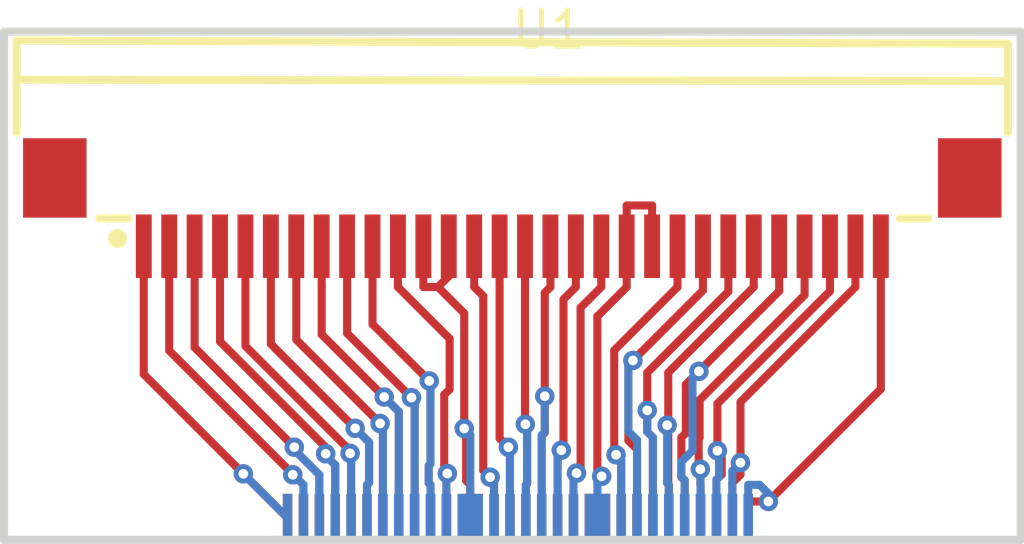
<source format=kicad_pcb>
(kicad_pcb (version 20171130) (host pcbnew "(5.1.5)-3") (page "A4") (layers (0 "F.Cu" signal) (31 "B.Cu" signal) (32 "B.Adhes" user) (33 "F.Adhes" user) (34 "B.Paste" user) (35 "F.Paste" user) (36 "B.SilkS" user) (37 "F.SilkS" user) (38 "B.Mask" user) (39 "F.Mask" user) (40 "Dwgs.User" user) (41 "Cmts.User" user) (42 "Eco1.User" user) (43 "Eco2.User" user) (44 "Edge.Cuts" user) (45 "Margin" user) (46 "B.CrtYd" user) (47 "F.CrtYd" user) (48 "B.Fab" user hide) (49 "F.Fab" user hide)) (net 0 "") (net 1 "P1") (net 2 "P10") (net 3 "P11") (net 4 "P12") (net 5 "P14") (net 6 "P15") (net 7 "P16") (net 8 "P17") (net 9 "P18") (net 10 "P19") (net 11 "P2") (net 12 "P20") (net 13 "P22") (net 14 "P23") (net 15 "P24") (net 16 "P25") (net 17 "P26") (net 18 "P27") (net 19 "P28") (net 20 "P29") (net 21 "P3") (net 22 "P30") (net 23 "P31") (net 24 "P32") (net 25 "P4") (net 26 "P5") (net 27 "P6") (net 28 "P7") (net 29 "P8") (net 30 "P9") (segment (start 13.07 73.774) (end 13.071 73.774) (width 0.254) (layer "B.Cu") (net 1)) (segment (start 13.071 73.774) (end 14.463 75.166) (width 0.254) (layer "B.Cu") (net 1)) (segment (start 14.962 74.121) (end 14.644 73.803) (width 0.254) (layer "B.Cu") (net 11)) (segment (start 14.644 73.803) (end 14.626 73.803) (width 0.254) (layer "B.Cu") (net 11)) (segment (start 14.962 75.166) (end 14.962 74.121) (width 0.254) (layer "B.Cu") (net 11)) (segment (start 15.662 73.142) (end 15.662 73.196) (width 0.254) (layer "B.Cu") (net 25)) (segment (start 15.662 73.196) (end 15.962 73.495) (width 0.254) (layer "B.Cu") (net 25)) (segment (start 15.962 73.495) (end 15.962 75.166) (width 0.254) (layer "B.Cu") (net 25)) (segment (start 14.674 72.935) (end 14.674 73.017) (width 0.254) (layer "B.Cu") (net 21)) (segment (start 14.674 73.017) (end 15.462 73.804) (width 0.254) (layer "B.Cu") (net 21)) (segment (start 15.462 73.804) (end 15.462 75.166) (width 0.254) (layer "B.Cu") (net 21)) (segment (start 16.962 75.166) (end 16.962 74.121) (width 0.254) (layer "B.Cu") (net 27)) (segment (start 16.589 72.341) (end 17.027 72.779) (width 0.254) (layer "B.Cu") (net 27)) (segment (start 17.027 72.779) (end 17.027 74.055) (width 0.254) (layer "B.Cu") (net 27)) (segment (start 17.027 74.055) (end 16.962 74.121) (width 0.254) (layer "B.Cu") (net 27)) (segment (start 16.462 75.166) (end 16.462 73.161) (width 0.254) (layer "B.Cu") (net 26)) (segment (start 16.462 73.161) (end 16.43 73.129) (width 0.254) (layer "B.Cu") (net 26)) (segment (start 19.492 73.764) (end 19.462 73.795) (width 0.254) (layer "B.Cu") (net 3)) (segment (start 19.462 73.795) (end 19.462 75.166) (width 0.254) (layer "B.Cu") (net 3)) (segment (start 18.462 74.121) (end 18.462 71.475) (width 0.254) (layer "B.Cu") (net 30)) (segment (start 18.462 71.475) (end 18.362 71.375) (width 0.254) (layer "B.Cu") (net 30)) (segment (start 18.462 75.166) (end 18.462 74.121) (width 0.254) (layer "B.Cu") (net 30)) (segment (start 18.922 70.849) (end 18.962 70.889) (width 0.254) (layer "B.Cu") (net 2)) (segment (start 18.962 70.889) (end 18.962 73.461) (width 0.254) (layer "B.Cu") (net 2)) (segment (start 18.962 73.461) (end 18.903 73.52) (width 0.254) (layer "B.Cu") (net 2)) (segment (start 18.903 73.52) (end 18.903 74.062) (width 0.254) (layer "B.Cu") (net 2)) (segment (start 18.903 74.062) (end 18.962 74.121) (width 0.254) (layer "B.Cu") (net 2)) (segment (start 18.962 75.166) (end 18.962 74.121) (width 0.254) (layer "B.Cu") (net 2)) (segment (start 17.962 74.121) (end 17.964 74.119) (width 0.254) (layer "B.Cu") (net 29)) (segment (start 17.964 74.119) (end 17.964 71.816) (width 0.254) (layer "B.Cu") (net 29)) (segment (start 17.964 71.816) (end 17.504 71.357) (width 0.254) (layer "B.Cu") (net 29)) (segment (start 17.962 75.166) (end 17.962 74.121) (width 0.254) (layer "B.Cu") (net 29)) (segment (start 17.374 72.188) (end 17.462 72.276) (width 0.254) (layer "B.Cu") (net 28)) (segment (start 17.462 72.276) (end 17.462 75.166) (width 0.254) (layer "B.Cu") (net 28)) (segment (start 22.558 71.33) (end 22.558 72.461) (width 0.254) (layer "B.Cu") (net 8)) (segment (start 22.558 72.461) (end 22.462 72.557) (width 0.254) (layer "B.Cu") (net 8)) (segment (start 22.462 72.557) (end 22.462 75.166) (width 0.254) (layer "B.Cu") (net 8)) (segment (start 22.962 75.166) (end 22.962 73.147) (width 0.254) (layer "B.Cu") (net 9)) (segment (start 22.962 73.147) (end 23.079 73.03) (width 0.254) (layer "B.Cu") (net 9)) (segment (start 21.462 75.166) (end 21.462 72.983) (width 0.254) (layer "B.Cu") (net 6)) (segment (start 21.462 72.983) (end 21.413 72.934) (width 0.254) (layer "B.Cu") (net 6)) (segment (start 21.947 72.214) (end 22.003 72.27) (width 0.254) (layer "B.Cu") (net 7)) (segment (start 22.003 72.27) (end 22.003 74.079) (width 0.254) (layer "B.Cu") (net 7)) (segment (start 22.003 74.079) (end 21.962 74.121) (width 0.254) (layer "B.Cu") (net 7)) (segment (start 21.962 75.166) (end 21.962 74.121) (width 0.254) (layer "B.Cu") (net 7)) (segment (start 20.838 73.88) (end 20.962 74.004) (width 0.254) (layer "B.Cu") (net 5)) (segment (start 20.962 74.004) (end 20.962 75.166) (width 0.254) (layer "B.Cu") (net 5)) (segment (start 25.333 70.204) (end 25.19 70.347) (width 0.254) (layer "B.Cu") (net 14)) (segment (start 25.19 70.347) (end 25.19 72.44) (width 0.254) (layer "B.Cu") (net 14)) (segment (start 25.19 72.44) (end 25.462 72.711) (width 0.254) (layer "B.Cu") (net 14)) (segment (start 25.462 72.711) (end 25.462 75.166) (width 0.254) (layer "B.Cu") (net 14)) (segment (start 25.783 71.775) (end 25.783 72.45) (width 0.254) (layer "B.Cu") (net 15)) (segment (start 25.783 72.45) (end 25.962 72.629) (width 0.254) (layer "B.Cu") (net 15)) (segment (start 25.962 72.629) (end 25.962 75.166) (width 0.254) (layer "B.Cu") (net 15)) (segment (start 24.962 75.166) (end 24.962 73.333) (width 0.254) (layer "B.Cu") (net 13)) (segment (start 24.962 73.333) (end 24.802 73.173) (width 0.254) (layer "B.Cu") (net 13)) (segment (start 23.462 75.166) (end 23.462 73.848) (width 0.254) (layer "B.Cu") (net 10)) (segment (start 23.462 73.848) (end 23.557 73.752) (width 0.254) (layer "B.Cu") (net 10)) (segment (start 28.718 73.423) (end 28.462 73.679) (width 0.254) (layer "B.Cu") (net 20)) (segment (start 28.462 73.679) (end 28.462 75.166) (width 0.254) (layer "B.Cu") (net 20)) (segment (start 28.962 74.121) (end 29.321 74.121) (width 0.254) (layer "B.Cu") (net 22)) (segment (start 29.321 74.121) (end 29.597 74.396) (width 0.254) (layer "B.Cu") (net 22)) (segment (start 29.597 74.396) (end 29.597 74.643) (width 0.254) (layer "B.Cu") (net 22)) (segment (start 28.962 75.166) (end 28.962 74.121) (width 0.254) (layer "B.Cu") (net 22)) (segment (start 27.462 74.121) (end 27.462 73.636) (width 0.254) (layer "B.Cu") (net 18)) (segment (start 27.462 73.636) (end 27.455 73.629) (width 0.254) (layer "B.Cu") (net 18)) (segment (start 27.462 75.166) (end 27.462 74.121) (width 0.254) (layer "B.Cu") (net 18)) (segment (start 27.962 75.166) (end 27.962 73.956) (width 0.254) (layer "B.Cu") (net 19)) (segment (start 27.962 73.956) (end 28.044 73.873) (width 0.254) (layer "B.Cu") (net 19)) (segment (start 28.044 73.873) (end 28.044 73.099) (width 0.254) (layer "B.Cu") (net 19)) (segment (start 28.044 73.099) (end 27.992 73.046) (width 0.254) (layer "B.Cu") (net 19)) (segment (start 26.962 75.166) (end 26.962 73.97) (width 0.254) (layer "B.Cu") (net 17)) (segment (start 26.962 73.97) (end 26.857 73.865) (width 0.254) (layer "B.Cu") (net 17)) (segment (start 26.857 73.865) (end 26.857 73.393) (width 0.254) (layer "B.Cu") (net 17)) (segment (start 26.857 73.393) (end 27.208 73.042) (width 0.254) (layer "B.Cu") (net 17)) (segment (start 27.208 73.042) (end 27.208 70.751) (width 0.254) (layer "B.Cu") (net 17)) (segment (start 27.208 70.751) (end 27.41 70.548) (width 0.254) (layer "B.Cu") (net 17)) (segment (start 26.462 75.166) (end 26.462 74.121) (width 0.254) (layer "B.Cu") (net 16)) (segment (start 26.409 72.243) (end 26.409 74.068) (width 0.254) (layer "B.Cu") (net 16)) (segment (start 26.409 74.068) (end 26.462 74.121) (width 0.254) (layer "B.Cu") (net 16)) (segment (start 20.213 75.166) (end 20.213 72.537) (width 0.254) (layer "B.Cu") (net 4)) (segment (start 20.213 72.537) (end 20.023 72.347) (width 0.254) (layer "B.Cu") (net 4)) (segment (start 24.348 73.852) (end 24.216 73.984) (width 0.254) (layer "B.Cu") (net 12)) (segment (start 24.216 73.984) (end 24.216 75.166) (width 0.254) (layer "B.Cu") (net 12)) (module "AutoGenerated:Pad_0.30mm" (layer "F.Cu") (at 14.463 75.166) (attr virtual) (fp_text reference "" (at 0 0) (layer "F.SilkS")) (fp_text value "" (at 0 0) (layer "F.SilkS")) (pad 1 smd rect (at 0 0 0) (size 0.3 1.524) (layers "B.Cu" "B.Paste" "B.Mask") (net 1 "P1"))) (module "AutoGenerated:Pad_0.30mm" (layer "F.Cu") (at 14.962 75.166) (attr virtual) (fp_text reference "" (at 0 0) (layer "F.SilkS")) (fp_text value "" (at 0 0) (layer "F.SilkS")) (pad 1 smd rect (at 0 0 0) (size 0.3 1.524) (layers "B.Cu" "B.Paste" "B.Mask") (net 11 "P2"))) (module "AutoGenerated:Pad_0.30mm" (layer "F.Cu") (at 15.962 75.166) (attr virtual) (fp_text reference "" (at 0 0) (layer "F.SilkS")) (fp_text value "" (at 0 0) (layer "F.SilkS")) (pad 1 smd rect (at 0 0 0) (size 0.3 1.524) (layers "B.Cu" "B.Paste" "B.Mask") (net 25 "P4"))) (module "AutoGenerated:Pad_0.30mm" (layer "F.Cu") (at 15.462 75.166) (attr virtual) (fp_text reference "" (at 0 0) (layer "F.SilkS")) (fp_text value "" (at 0 0) (layer "F.SilkS")) (pad 1 smd rect (at 0 0 0) (size 0.3 1.524) (layers "B.Cu" "B.Paste" "B.Mask") (net 21 "P3"))) (module "AutoGenerated:Pad_0.30mm" (layer "F.Cu") (at 16.962 75.166) (attr virtual) (fp_text reference "" (at 0 0) (layer "F.SilkS")) (fp_text value "" (at 0 0) (layer "F.SilkS")) (pad 1 smd rect (at 0 0 0) (size 0.3 1.524) (layers "B.Cu" "B.Paste" "B.Mask") (net 27 "P6"))) (module "AutoGenerated:Pad_0.30mm" (layer "F.Cu") (at 16.462 75.166) (attr virtual) (fp_text reference "" (at 0 0) (layer "F.SilkS")) (fp_text value "" (at 0 0) (layer "F.SilkS")) (pad 1 smd rect (at 0 0 0) (size 0.3 1.524) (layers "B.Cu" "B.Paste" "B.Mask") (net 26 "P5"))) (module "AutoGenerated:Pad_0.30mm" (layer "F.Cu") (at 19.462 75.166) (attr virtual) (fp_text reference "" (at 0 0) (layer "F.SilkS")) (fp_text value "" (at 0 0) (layer "F.SilkS")) (pad 1 smd rect (at 0 0 0) (size 0.3 1.524) (layers "B.Cu" "B.Paste" "B.Mask") (net 3 "P11"))) (module "AutoGenerated:Pad_0.30mm" (layer "F.Cu") (at 18.462 75.166) (attr virtual) (fp_text reference "" (at 0 0) (layer "F.SilkS")) (fp_text value "" (at 0 0) (layer "F.SilkS")) (pad 1 smd rect (at 0 0 0) (size 0.3 1.524) (layers "B.Cu" "B.Paste" "B.Mask") (net 30 "P9"))) (module "AutoGenerated:Pad_0.30mm" (layer "F.Cu") (at 18.962 75.166) (attr virtual) (fp_text reference "" (at 0 0) (layer "F.SilkS")) (fp_text value "" (at 0 0) (layer "F.SilkS")) (pad 1 smd rect (at 0 0 0) (size 0.3 1.524) (layers "B.Cu" "B.Paste" "B.Mask") (net 2 "P10"))) (module "AutoGenerated:Pad_0.30mm" (layer "F.Cu") (at 17.962 75.166) (attr virtual) (fp_text reference "" (at 0 0) (layer "F.SilkS")) (fp_text value "" (at 0 0) (layer "F.SilkS")) (pad 1 smd rect (at 0 0 0) (size 0.3 1.524) (layers "B.Cu" "B.Paste" "B.Mask") (net 29 "P8"))) (module "AutoGenerated:Pad_0.30mm" (layer "F.Cu") (at 17.462 75.166) (attr virtual) (fp_text reference "" (at 0 0) (layer "F.SilkS")) (fp_text value "" (at 0 0) (layer "F.SilkS")) (pad 1 smd rect (at 0 0 0) (size 0.3 1.524) (layers "B.Cu" "B.Paste" "B.Mask") (net 28 "P7"))) (module "AutoGenerated:Pad_0.30mm" (layer "F.Cu") (at 22.462 75.166) (attr virtual) (fp_text reference "" (at 0 0) (layer "F.SilkS")) (fp_text value "" (at 0 0) (layer "F.SilkS")) (pad 1 smd rect (at 0 0 0) (size 0.3 1.524) (layers "B.Cu" "B.Paste" "B.Mask") (net 8 "P17"))) (module "AutoGenerated:Pad_0.30mm" (layer "F.Cu") (at 22.962 75.166) (attr virtual) (fp_text reference "" (at 0 0) (layer "F.SilkS")) (fp_text value "" (at 0 0) (layer "F.SilkS")) (pad 1 smd rect (at 0 0 0) (size 0.3 1.524) (layers "B.Cu" "B.Paste" "B.Mask") (net 9 "P18"))) (module "AutoGenerated:Pad_0.30mm" (layer "F.Cu") (at 21.462 75.166) (attr virtual) (fp_text reference "" (at 0 0) (layer "F.SilkS")) (fp_text value "" (at 0 0) (layer "F.SilkS")) (pad 1 smd rect (at 0 0 0) (size 0.3 1.524) (layers "B.Cu" "B.Paste" "B.Mask") (net 6 "P15"))) (module "AutoGenerated:Pad_0.30mm" (layer "F.Cu") (at 21.962 75.166) (attr virtual) (fp_text reference "" (at 0 0) (layer "F.SilkS")) (fp_text value "" (at 0 0) (layer "F.SilkS")) (pad 1 smd rect (at 0 0 0) (size 0.3 1.524) (layers "B.Cu" "B.Paste" "B.Mask") (net 7 "P16"))) (module "AutoGenerated:Pad_0.30mm" (layer "F.Cu") (at 20.962 75.166) (attr virtual) (fp_text reference "" (at 0 0) (layer "F.SilkS")) (fp_text value "" (at 0 0) (layer "F.SilkS")) (pad 1 smd rect (at 0 0 0) (size 0.3 1.524) (layers "B.Cu" "B.Paste" "B.Mask") (net 5 "P14"))) (module "AutoGenerated:Pad_0.30mm" (layer "F.Cu") (at 25.462 75.166) (attr virtual) (fp_text reference "" (at 0 0) (layer "F.SilkS")) (fp_text value "" (at 0 0) (layer "F.SilkS")) (pad 1 smd rect (at 0 0 0) (size 0.3 1.524) (layers "B.Cu" "B.Paste" "B.Mask") (net 14 "P23"))) (module "AutoGenerated:Pad_0.30mm" (layer "F.Cu") (at 25.962 75.166) (attr virtual) (fp_text reference "" (at 0 0) (layer "F.SilkS")) (fp_text value "" (at 0 0) (layer "F.SilkS")) (pad 1 smd rect (at 0 0 0) (size 0.3 1.524) (layers "B.Cu" "B.Paste" "B.Mask") (net 15 "P24"))) (module "AutoGenerated:Pad_0.30mm" (layer "F.Cu") (at 24.962 75.166) (attr virtual) (fp_text reference "" (at 0 0) (layer "F.SilkS")) (fp_text value "" (at 0 0) (layer "F.SilkS")) (pad 1 smd rect (at 0 0 0) (size 0.3 1.524) (layers "B.Cu" "B.Paste" "B.Mask") (net 13 "P22"))) (module "AutoGenerated:Pad_0.30mm" (layer "F.Cu") (at 23.462 75.166) (attr virtual) (fp_text reference "" (at 0 0) (layer "F.SilkS")) (fp_text value "" (at 0 0) (layer "F.SilkS")) (pad 1 smd rect (at 0 0 0) (size 0.3 1.524) (layers "B.Cu" "B.Paste" "B.Mask") (net 10 "P19"))) (module "AutoGenerated:Pad_0.30mm" (layer "F.Cu") (at 28.462 75.166) (attr virtual) (fp_text reference "" (at 0 0) (layer "F.SilkS")) (fp_text value "" (at 0 0) (layer "F.SilkS")) (pad 1 smd rect (at 0 0 0) (size 0.3 1.524) (layers "B.Cu" "B.Paste" "B.Mask") (net 20 "P29"))) (module "AutoGenerated:Pad_0.30mm" (layer "F.Cu") (at 28.962 75.166) (attr virtual) (fp_text reference "" (at 0 0) (layer "F.SilkS")) (fp_text value "" (at 0 0) (layer "F.SilkS")) (pad 1 smd rect (at 0 0 0) (size 0.3 1.524) (layers "B.Cu" "B.Paste" "B.Mask") (net 22 "P30"))) (module "AutoGenerated:Pad_0.30mm" (layer "F.Cu") (at 27.462 75.166) (attr virtual) (fp_text reference "" (at 0 0) (layer "F.SilkS")) (fp_text value "" (at 0 0) (layer "F.SilkS")) (pad 1 smd rect (at 0 0 0) (size 0.3 1.524) (layers "B.Cu" "B.Paste" "B.Mask") (net 18 "P27"))) (module "AutoGenerated:Pad_0.30mm" (layer "F.Cu") (at 27.962 75.166) (attr virtual) (fp_text reference "" (at 0 0) (layer "F.SilkS")) (fp_text value "" (at 0 0) (layer "F.SilkS")) (pad 1 smd rect (at 0 0 0) (size 0.3 1.524) (layers "B.Cu" "B.Paste" "B.Mask") (net 19 "P28"))) (module "AutoGenerated:Pad_0.30mm" (layer "F.Cu") (at 26.962 75.166) (attr virtual) (fp_text reference "" (at 0 0) (layer "F.SilkS")) (fp_text value "" (at 0 0) (layer "F.SilkS")) (pad 1 smd rect (at 0 0 0) (size 0.3 1.524) (layers "B.Cu" "B.Paste" "B.Mask") (net 17 "P26"))) (module "AutoGenerated:Pad_0.30mm" (layer "F.Cu") (at 26.462 75.166) (attr virtual) (fp_text reference "" (at 0 0) (layer "F.SilkS")) (fp_text value "" (at 0 0) (layer "F.SilkS")) (pad 1 smd rect (at 0 0 0) (size 0.3 1.524) (layers "B.Cu" "B.Paste" "B.Mask") (net 16 "P25"))) (module "AutoGenerated:Pad_0.80mm" (layer "F.Cu") (at 20.213 75.166) (attr virtual) (fp_text reference "" (at 0 0) (layer "F.SilkS")) (fp_text value "" (at 0 0) (layer "F.SilkS")) (pad 1 smd rect (at 0 0 0) (size 0.8 1.524) (layers "B.Cu" "B.Paste" "B.Mask") (net 4 "P12"))) (module "AutoGenerated:Pad_0.80mm" (layer "F.Cu") (at 24.216 75.166) (attr virtual) (fp_text reference "" (at 0 0) (layer "F.SilkS")) (fp_text value "" (at 0 0) (layer "F.SilkS")) (pad 1 smd rect (at 0 0 0) (size 0.8 1.524) (layers "B.Cu" "B.Paste" "B.Mask") (net 12 "P20"))) (gr_line (start 5.537 59.852) (end 37.537 59.852) (width 0.254) (layer "Edge.Cuts")) (gr_line (start 37.537 59.852) (end 37.537 75.852) (width 0.254) (layer "Edge.Cuts")) (gr_line (start 37.537 75.852) (end 5.537 75.852) (width 0.254) (layer "Edge.Cuts")) (gr_line (start 5.537 75.852) (end 5.537 59.852) (width 0.254) (layer "Edge.Cuts")) (segment (start 13.07 73.774) (end 14.462 75.166) (width 0.254) (layer "F.Cu") (net 1)) (segment (start 9.936 66.61) (end 9.936 70.641) (width 0.254) (layer "F.Cu") (net 1)) (segment (start 9.936 70.641) (end 13.07 73.774) (width 0.254) (layer "F.Cu") (net 1)) (segment (start 14.635 73.794) (end 14.626 73.803) (width 0.254) (layer "F.Cu") (net 11)) (segment (start 14.635 73.794) (end 14.962 74.121) (width 0.254) (layer "F.Cu") (net 11)) (segment (start 10.736 66.61) (end 10.736 69.895) (width 0.254) (layer "F.Cu") (net 11)) (segment (start 10.736 69.895) (end 14.635 73.794) (width 0.254) (layer "F.Cu") (net 11)) (segment (start 14.962 75.166) (end 14.962 74.121) (width 0.254) (layer "F.Cu") (net 11)) (segment (start 12.336 66.61) (end 12.336 69.609) (width 0.254) (layer "F.Cu") (net 25)) (segment (start 12.336 69.609) (end 15.662 72.935) (width 0.254) (layer "F.Cu") (net 25)) (segment (start 15.662 72.935) (end 15.662 73.142) (width 0.254) (layer "F.Cu") (net 25)) (segment (start 15.662 73.142) (end 15.662 73.196) (width 0.254) (layer "F.Cu") (net 25)) (segment (start 15.662 73.196) (end 15.962 73.495) (width 0.254) (layer "F.Cu") (net 25)) (segment (start 15.962 73.495) (end 15.962 75.166) (width 0.254) (layer "F.Cu") (net 25)) (segment (start 14.674 72.935) (end 14.674 73.017) (width 0.254) (layer "F.Cu") (net 21)) (segment (start 14.674 73.017) (end 15.462 73.804) (width 0.254) (layer "F.Cu") (net 21)) (segment (start 15.462 73.804) (end 15.462 74.121) (width 0.254) (layer "F.Cu") (net 21)) (segment (start 15.462 75.166) (end 15.462 74.121) (width 0.254) (layer "F.Cu") (net 21)) (segment (start 11.536 66.61) (end 11.536 69.797) (width 0.254) (layer "F.Cu") (net 21)) (segment (start 11.536 69.797) (end 14.674 72.935) (width 0.254) (layer "F.Cu") (net 21)) (segment (start 16.962 75.166) (end 16.962 74.121) (width 0.254) (layer "F.Cu") (net 27)) (segment (start 16.589 72.341) (end 17.027 72.779) (width 0.254) (layer "F.Cu") (net 27)) (segment (start 17.027 72.779) (end 17.027 74.055) (width 0.254) (layer "F.Cu") (net 27)) (segment (start 17.027 74.055) (end 16.962 74.121) (width 0.254) (layer "F.Cu") (net 27)) (segment (start 13.936 66.61) (end 13.936 69.688) (width 0.254) (layer "F.Cu") (net 27)) (segment (start 13.936 69.688) (end 16.589 72.341) (width 0.254) (layer "F.Cu") (net 27)) (segment (start 13.136 66.61) (end 13.136 69.754) (width 0.254) (layer "F.Cu") (net 26)) (segment (start 13.136 69.754) (end 16.43 73.048) (width 0.254) (layer "F.Cu") (net 26)) (segment (start 16.43 73.048) (end 16.43 73.129) (width 0.254) (layer "F.Cu") (net 26)) (segment (start 16.43 73.129) (end 16.462 73.161) (width 0.254) (layer "F.Cu") (net 26)) (segment (start 16.462 73.161) (end 16.462 75.166) (width 0.254) (layer "F.Cu") (net 26)) (segment (start 19.462 73.764) (end 19.462 75.166) (width 0.254) (layer "F.Cu") (net 3)) (segment (start 17.936 67.893) (end 19.563 69.52) (width 0.254) (layer "F.Cu") (net 3)) (segment (start 19.563 69.52) (end 19.563 71.113) (width 0.254) (layer "F.Cu") (net 3)) (segment (start 19.563 71.113) (end 19.393 71.283) (width 0.254) (layer "F.Cu") (net 3)) (segment (start 19.393 71.283) (end 19.393 73.695) (width 0.254) (layer "F.Cu") (net 3)) (segment (start 19.393 73.695) (end 19.462 73.764) (width 0.254) (layer "F.Cu") (net 3)) (segment (start 19.462 73.764) (end 19.492 73.764) (width 0.254) (layer "F.Cu") (net 3)) (segment (start 17.936 66.61) (end 17.936 67.893) (width 0.254) (layer "F.Cu") (net 3)) (segment (start 18.462 74.121) (end 18.462 71.475) (width 0.254) (layer "F.Cu") (net 30)) (segment (start 18.462 71.475) (end 18.362 71.375) (width 0.254) (layer "F.Cu") (net 30)) (segment (start 16.336 66.61) (end 16.336 69.349) (width 0.254) (layer "F.Cu") (net 30)) (segment (start 16.336 69.349) (end 18.362 71.375) (width 0.254) (layer "F.Cu") (net 30)) (segment (start 18.462 75.166) (end 18.462 74.121) (width 0.254) (layer "F.Cu") (net 30)) (segment (start 18.922 70.849) (end 18.958 70.885) (width 0.254) (layer "F.Cu") (net 2)) (segment (start 18.958 70.885) (end 18.958 73.465) (width 0.254) (layer "F.Cu") (net 2)) (segment (start 18.958 73.465) (end 18.903 73.52) (width 0.254) (layer "F.Cu") (net 2)) (segment (start 18.903 73.52) (end 18.903 74.062) (width 0.254) (layer "F.Cu") (net 2)) (segment (start 18.903 74.062) (end 18.962 74.121) (width 0.254) (layer "F.Cu") (net 2)) (segment (start 17.136 66.61) (end 17.136 69.063) (width 0.254) (layer "F.Cu") (net 2)) (segment (start 17.136 69.063) (end 18.922 70.849) (width 0.254) (layer "F.Cu") (net 2)) (segment (start 18.962 75.166) (end 18.962 74.121) (width 0.254) (layer "F.Cu") (net 2)) (segment (start 17.962 74.121) (end 17.964 74.119) (width 0.254) (layer "F.Cu") (net 29)) (segment (start 17.964 74.119) (end 17.964 71.816) (width 0.254) (layer "F.Cu") (net 29)) (segment (start 17.964 71.816) (end 17.504 71.357) (width 0.254) (layer "F.Cu") (net 29)) (segment (start 17.504 71.357) (end 15.536 69.388) (width 0.254) (layer "F.Cu") (net 29)) (segment (start 15.536 69.388) (end 15.536 67.893) (width 0.254) (layer "F.Cu") (net 29)) (segment (start 17.962 75.166) (end 17.962 74.121) (width 0.254) (layer "F.Cu") (net 29)) (segment (start 15.536 66.61) (end 15.536 67.893) (width 0.254) (layer "F.Cu") (net 29)) (segment (start 17.374 72.188) (end 14.736 69.551) (width 0.254) (layer "F.Cu") (net 28)) (segment (start 14.736 69.551) (end 14.736 66.61) (width 0.254) (layer "F.Cu") (net 28)) (segment (start 17.462 75.166) (end 17.462 72.276) (width 0.254) (layer "F.Cu") (net 28)) (segment (start 17.462 72.276) (end 17.374 72.188) (width 0.254) (layer "F.Cu") (net 28)) (segment (start 22.558 71.33) (end 22.558 68.072) (width 0.254) (layer "F.Cu") (net 8)) (segment (start 22.558 68.072) (end 22.736 67.893) (width 0.254) (layer "F.Cu") (net 8)) (segment (start 22.462 75.166) (end 22.462 72.575) (width 0.254) (layer "F.Cu") (net 8)) (segment (start 22.462 72.575) (end 22.558 72.479) (width 0.254) (layer "F.Cu") (net 8)) (segment (start 22.558 72.479) (end 22.558 71.33) (width 0.254) (layer "F.Cu") (net 8)) (segment (start 22.736 66.61) (end 22.736 67.893) (width 0.254) (layer "F.Cu") (net 8)) (segment (start 23.079 73.03) (end 23.147 72.962) (width 0.254) (layer "F.Cu") (net 9)) (segment (start 23.147 72.962) (end 23.147 68.282) (width 0.254) (layer "F.Cu") (net 9)) (segment (start 23.147 68.282) (end 23.536 67.893) (width 0.254) (layer "F.Cu") (net 9)) (segment (start 22.962 74.121) (end 22.962 73.147) (width 0.254) (layer "F.Cu") (net 9)) (segment (start 22.962 73.147) (end 23.079 73.03) (width 0.254) (layer "F.Cu") (net 9)) (segment (start 22.962 75.166) (end 22.962 74.121) (width 0.254) (layer "F.Cu") (net 9)) (segment (start 23.536 66.61) (end 23.536 67.893) (width 0.254) (layer "F.Cu") (net 9)) (segment (start 21.413 72.934) (end 21.136 72.657) (width 0.254) (layer "F.Cu") (net 6)) (segment (start 21.136 72.657) (end 21.136 67.893) (width 0.254) (layer "F.Cu") (net 6)) (segment (start 21.462 75.166) (end 21.462 72.983) (width 0.254) (layer "F.Cu") (net 6)) (segment (start 21.462 72.983) (end 21.413 72.934) (width 0.254) (layer "F.Cu") (net 6)) (segment (start 21.136 66.61) (end 21.136 67.893) (width 0.254) (layer "F.Cu") (net 6)) (segment (start 21.936 67.893) (end 21.936 72.203) (width 0.254) (layer "F.Cu") (net 7)) (segment (start 21.936 72.203) (end 21.947 72.214) (width 0.254) (layer "F.Cu") (net 7)) (segment (start 21.962 74.121) (end 22.003 74.079) (width 0.254) (layer "F.Cu") (net 7)) (segment (start 22.003 74.079) (end 22.003 72.27) (width 0.254) (layer "F.Cu") (net 7)) (segment (start 22.003 72.27) (end 21.947 72.214) (width 0.254) (layer "F.Cu") (net 7)) (segment (start 21.962 75.166) (end 21.962 74.121) (width 0.254) (layer "F.Cu") (net 7)) (segment (start 21.936 66.61) (end 21.936 67.893) (width 0.254) (layer "F.Cu") (net 7)) (segment (start 20.838 73.88) (end 20.621 73.663) (width 0.254) (layer "F.Cu") (net 5)) (segment (start 20.621 73.663) (end 20.621 68.178) (width 0.254) (layer "F.Cu") (net 5)) (segment (start 20.621 68.178) (end 20.336 67.893) (width 0.254) (layer "F.Cu") (net 5)) (segment (start 20.962 75.166) (end 20.962 74.004) (width 0.254) (layer "F.Cu") (net 5)) (segment (start 20.962 74.004) (end 20.838 73.88) (width 0.254) (layer "F.Cu") (net 5)) (segment (start 20.336 66.61) (end 20.336 67.893) (width 0.254) (layer "F.Cu") (net 5)) (segment (start 25.333 70.204) (end 25.19 70.347) (width 0.254) (layer "F.Cu") (net 14)) (segment (start 25.19 70.347) (end 25.19 72.727) (width 0.254) (layer "F.Cu") (net 14)) (segment (start 25.19 72.727) (end 25.462 72.999) (width 0.254) (layer "F.Cu") (net 14)) (segment (start 25.462 72.999) (end 25.462 75.166) (width 0.254) (layer "F.Cu") (net 14)) (segment (start 27.536 66.61) (end 27.536 68.001) (width 0.254) (layer "F.Cu") (net 14)) (segment (start 27.536 68.001) (end 25.333 70.204) (width 0.254) (layer "F.Cu") (net 14)) (segment (start 25.783 71.775) (end 25.783 72.45) (width 0.254) (layer "F.Cu") (net 15)) (segment (start 25.783 72.45) (end 25.962 72.629) (width 0.254) (layer "F.Cu") (net 15)) (segment (start 25.962 72.629) (end 25.962 75.166) (width 0.254) (layer "F.Cu") (net 15)) (segment (start 25.783 71.775) (end 25.783 70.589) (width 0.254) (layer "F.Cu") (net 15)) (segment (start 25.783 70.589) (end 28.336 68.036) (width 0.254) (layer "F.Cu") (net 15)) (segment (start 28.336 68.036) (end 28.336 66.61) (width 0.254) (layer "F.Cu") (net 15)) (segment (start 24.802 73.173) (end 24.962 73.333) (width 0.254) (layer "F.Cu") (net 13)) (segment (start 24.962 73.333) (end 24.962 75.166) (width 0.254) (layer "F.Cu") (net 13)) (segment (start 26.736 67.893) (end 24.744 69.886) (width 0.254) (layer "F.Cu") (net 13)) (segment (start 24.744 69.886) (end 24.744 73.115) (width 0.254) (layer "F.Cu") (net 13)) (segment (start 24.744 73.115) (end 24.802 73.173) (width 0.254) (layer "F.Cu") (net 13)) (segment (start 26.736 66.61) (end 26.736 67.893) (width 0.254) (layer "F.Cu") (net 13)) (segment (start 23.557 73.752) (end 23.685 73.625) (width 0.254) (layer "F.Cu") (net 10)) (segment (start 23.685 73.625) (end 23.685 68.545) (width 0.254) (layer "F.Cu") (net 10)) (segment (start 23.685 68.545) (end 24.336 67.893) (width 0.254) (layer "F.Cu") (net 10)) (segment (start 23.462 75.166) (end 23.462 73.848) (width 0.254) (layer "F.Cu") (net 10)) (segment (start 23.462 73.848) (end 23.557 73.752) (width 0.254) (layer "F.Cu") (net 10)) (segment (start 24.336 66.61) (end 24.336 67.893) (width 0.254) (layer "F.Cu") (net 10)) (segment (start 28.718 73.423) (end 28.718 71.512) (width 0.254) (layer "F.Cu") (net 20)) (segment (start 28.718 71.512) (end 32.336 67.893) (width 0.254) (layer "F.Cu") (net 20)) (segment (start 28.462 75.166) (end 28.462 74.057) (width 0.254) (layer "F.Cu") (net 20)) (segment (start 28.462 74.057) (end 28.718 73.801) (width 0.254) (layer "F.Cu") (net 20)) (segment (start 28.718 73.801) (end 28.718 73.423) (width 0.254) (layer "F.Cu") (net 20)) (segment (start 32.336 66.61) (end 32.336 67.893) (width 0.254) (layer "F.Cu") (net 20)) (segment (start 33.136 66.61) (end 33.136 71.104) (width 0.254) (layer "F.Cu") (net 22)) (segment (start 33.136 71.104) (end 29.597 74.643) (width 0.254) (layer "F.Cu") (net 22)) (segment (start 28.962 74.643) (end 29.597 74.643) (width 0.254) (layer "F.Cu") (net 22)) (segment (start 28.962 75.166) (end 28.962 74.643) (width 0.254) (layer "F.Cu") (net 22)) (segment (start 27.455 73.629) (end 27.401 73.575) (width 0.254) (layer "F.Cu") (net 18)) (segment (start 27.401 73.575) (end 27.401 72.668) (width 0.254) (layer "F.Cu") (net 18)) (segment (start 27.401 72.668) (end 27.432 72.637) (width 0.254) (layer "F.Cu") (net 18)) (segment (start 27.432 72.637) (end 27.432 71.45) (width 0.254) (layer "F.Cu") (net 18)) (segment (start 27.432 71.45) (end 30.736 68.146) (width 0.254) (layer "F.Cu") (net 18)) (segment (start 30.736 68.146) (end 30.736 66.61) (width 0.254) (layer "F.Cu") (net 18)) (segment (start 27.462 74.121) (end 27.455 74.113) (width 0.254) (layer "F.Cu") (net 18)) (segment (start 27.455 74.113) (end 27.455 73.629) (width 0.254) (layer "F.Cu") (net 18)) (segment (start 27.462 75.166) (end 27.462 74.121) (width 0.254) (layer "F.Cu") (net 18)) (segment (start 27.992 73.046) (end 28.126 73.18) (width 0.254) (layer "F.Cu") (net 19)) (segment (start 28.126 73.18) (end 28.126 73.797) (width 0.254) (layer "F.Cu") (net 19)) (segment (start 28.126 73.797) (end 27.962 73.961) (width 0.254) (layer "F.Cu") (net 19)) (segment (start 27.962 73.961) (end 27.962 75.166) (width 0.254) (layer "F.Cu") (net 19)) (segment (start 31.536 66.61) (end 31.536 68.021) (width 0.254) (layer "F.Cu") (net 19)) (segment (start 31.536 68.021) (end 27.992 71.566) (width 0.254) (layer "F.Cu") (net 19)) (segment (start 27.992 71.566) (end 27.992 73.046) (width 0.254) (layer "F.Cu") (net 19)) (segment (start 26.962 75.166) (end 26.962 73.986) (width 0.254) (layer "F.Cu") (net 17)) (segment (start 26.962 73.986) (end 26.857 73.881) (width 0.254) (layer "F.Cu") (net 17)) (segment (start 26.857 73.881) (end 26.857 72.63) (width 0.254) (layer "F.Cu") (net 17)) (segment (start 26.857 72.63) (end 26.999 72.488) (width 0.254) (layer "F.Cu") (net 17)) (segment (start 26.999 72.488) (end 26.999 70.959) (width 0.254) (layer "F.Cu") (net 17)) (segment (start 26.999 70.959) (end 27.41 70.548) (width 0.254) (layer "F.Cu") (net 17)) (segment (start 29.936 66.61) (end 29.936 68.022) (width 0.254) (layer "F.Cu") (net 17)) (segment (start 29.936 68.022) (end 27.41 70.548) (width 0.254) (layer "F.Cu") (net 17)) (segment (start 26.445 72.243) (end 26.445 74.104) (width 0.254) (layer "F.Cu") (net 16)) (segment (start 26.445 74.104) (end 26.462 74.121) (width 0.254) (layer "F.Cu") (net 16)) (segment (start 29.136 67.893) (end 26.445 70.584) (width 0.254) (layer "F.Cu") (net 16)) (segment (start 26.445 70.584) (end 26.445 72.243) (width 0.254) (layer "F.Cu") (net 16)) (segment (start 26.445 72.243) (end 26.409 72.243) (width 0.254) (layer "F.Cu") (net 16)) (segment (start 26.462 75.166) (end 26.462 74.121) (width 0.254) (layer "F.Cu") (net 16)) (segment (start 29.136 66.61) (end 29.136 67.893) (width 0.254) (layer "F.Cu") (net 16)) (segment (start 20.213 74.121) (end 20.082 73.989) (width 0.254) (layer "F.Cu") (net 4)) (segment (start 20.082 73.989) (end 20.082 72.406) (width 0.254) (layer "F.Cu") (net 4)) (segment (start 20.082 72.406) (end 20.023 72.347) (width 0.254) (layer "F.Cu") (net 4)) (segment (start 19.196 67.893) (end 20.023 68.72) (width 0.254) (layer "F.Cu") (net 4)) (segment (start 20.023 68.72) (end 20.023 72.347) (width 0.254) (layer "F.Cu") (net 4)) (segment (start 19.196 67.893) (end 18.736 67.893) (width 0.254) (layer "F.Cu") (net 4)) (segment (start 19.536 67.251) (end 19.536 67.553) (width 0.254) (layer "F.Cu") (net 4)) (segment (start 19.536 67.553) (end 19.196 67.893) (width 0.254) (layer "F.Cu") (net 4)) (segment (start 20.213 75.166) (end 20.213 74.121) (width 0.254) (layer "F.Cu") (net 4)) (segment (start 18.736 66.61) (end 18.736 67.893) (width 0.254) (layer "F.Cu") (net 4)) (segment (start 19.536 66.61) (end 19.536 67.251) (width 0.254) (layer "F.Cu") (net 4)) (segment (start 24.216 73.852) (end 24.212 73.848) (width 0.254) (layer "F.Cu") (net 12)) (segment (start 24.212 73.848) (end 24.212 68.818) (width 0.254) (layer "F.Cu") (net 12)) (segment (start 24.212 68.818) (end 25.136 67.894) (width 0.254) (layer "F.Cu") (net 12)) (segment (start 25.136 67.894) (end 25.136 66.61) (width 0.254) (layer "F.Cu") (net 12)) (segment (start 24.348 73.852) (end 24.216 73.852) (width 0.254) (layer "F.Cu") (net 12)) (segment (start 24.216 73.852) (end 24.216 74.121) (width 0.254) (layer "F.Cu") (net 12)) (segment (start 24.216 75.166) (end 24.216 74.121) (width 0.254) (layer "F.Cu") (net 12)) (segment (start 25.136 66.61) (end 25.136 65.326) (width 0.254) (layer "F.Cu") (net 12)) (segment (start 25.936 66.61) (end 25.936 65.326) (width 0.254) (layer "F.Cu") (net 12)) (segment (start 25.936 65.326) (end 25.136 65.326) (width 0.254) (layer "F.Cu") (net 12)) (module "AutoGenerated:Pad_0.30mm" (layer "F.Cu") (at 14.462 75.166) (attr virtual) (fp_text reference "" (at 0 0) (layer "F.SilkS")) (fp_text value "" (at 0 0) (layer "F.SilkS")) (pad 1 smd rect (at 0 0 0) (size 0.3 1.524) (layers "F.Cu" "F.Paste" "F.Mask") (net 1 "P1"))) (module "AutoGenerated:Pad_0.30mm" (layer "F.Cu") (at 14.962 75.166) (attr virtual) (fp_text reference "" (at 0 0) (layer "F.SilkS")) (fp_text value "" (at 0 0) (layer "F.SilkS")) (pad 1 smd rect (at 0 0 0) (size 0.3 1.524) (layers "F.Cu" "F.Paste" "F.Mask") (net 11 "P2"))) (module "AutoGenerated:Pad_0.30mm" (layer "F.Cu") (at 15.962 75.166) (attr virtual) (fp_text reference "" (at 0 0) (layer "F.SilkS")) (fp_text value "" (at 0 0) (layer "F.SilkS")) (pad 1 smd rect (at 0 0 0) (size 0.3 1.524) (layers "F.Cu" "F.Paste" "F.Mask") (net 25 "P4"))) (module "AutoGenerated:Pad_0.30mm" (layer "F.Cu") (at 15.462 75.166) (attr virtual) (fp_text reference "" (at 0 0) (layer "F.SilkS")) (fp_text value "" (at 0 0) (layer "F.SilkS")) (pad 1 smd rect (at 0 0 0) (size 0.3 1.524) (layers "F.Cu" "F.Paste" "F.Mask") (net 21 "P3"))) (module "AutoGenerated:Pad_0.30mm" (layer "F.Cu") (at 16.962 75.166) (attr virtual) (fp_text reference "" (at 0 0) (layer "F.SilkS")) (fp_text value "" (at 0 0) (layer "F.SilkS")) (pad 1 smd rect (at 0 0 0) (size 0.3 1.524) (layers "F.Cu" "F.Paste" "F.Mask") (net 27 "P6"))) (module "AutoGenerated:Pad_0.30mm" (layer "F.Cu") (at 16.462 75.166) (attr virtual) (fp_text reference "" (at 0 0) (layer "F.SilkS")) (fp_text value "" (at 0 0) (layer "F.SilkS")) (pad 1 smd rect (at 0 0 0) (size 0.3 1.524) (layers "F.Cu" "F.Paste" "F.Mask") (net 26 "P5"))) (module "AutoGenerated:Pad_0.30mm" (layer "F.Cu") (at 19.462 75.166) (attr virtual) (fp_text reference "" (at 0 0) (layer "F.SilkS")) (fp_text value "" (at 0 0) (layer "F.SilkS")) (pad 1 smd rect (at 0 0 0) (size 0.3 1.524) (layers "F.Cu" "F.Paste" "F.Mask") (net 3 "P11"))) (module "AutoGenerated:Pad_0.80mm" (layer "F.Cu") (at 20.213 75.166) (attr virtual) (fp_text reference "" (at 0 0) (layer "F.SilkS")) (fp_text value "" (at 0 0) (layer "F.SilkS")) (pad 1 smd rect (at 0 0 0) (size 0.8 1.524) (layers "F.Cu" "F.Paste" "F.Mask") (net 4 "P12"))) (module "AutoGenerated:Pad_0.30mm" (layer "F.Cu") (at 18.462 75.166) (attr virtual) (fp_text reference "" (at 0 0) (layer "F.SilkS")) (fp_text value "" (at 0 0) (layer "F.SilkS")) (pad 1 smd rect (at 0 0 0) (size 0.3 1.524) (layers "F.Cu" "F.Paste" "F.Mask") (net 30 "P9"))) (module "AutoGenerated:Pad_0.30mm" (layer "F.Cu") (at 18.962 75.166) (attr virtual) (fp_text reference "" (at 0 0) (layer "F.SilkS")) (fp_text value "" (at 0 0) (layer "F.SilkS")) (pad 1 smd rect (at 0 0 0) (size 0.3 1.524) (layers "F.Cu" "F.Paste" "F.Mask") (net 2 "P10"))) (module "AutoGenerated:Pad_0.30mm" (layer "F.Cu") (at 17.962 75.166) (attr virtual) (fp_text reference "" (at 0 0) (layer "F.SilkS")) (fp_text value "" (at 0 0) (layer "F.SilkS")) (pad 1 smd rect (at 0 0 0) (size 0.3 1.524) (layers "F.Cu" "F.Paste" "F.Mask") (net 29 "P8"))) (module "AutoGenerated:Pad_0.30mm" (layer "F.Cu") (at 17.462 75.166) (attr virtual) (fp_text reference "" (at 0 0) (layer "F.SilkS")) (fp_text value "" (at 0 0) (layer "F.SilkS")) (pad 1 smd rect (at 0 0 0) (size 0.3 1.524) (layers "F.Cu" "F.Paste" "F.Mask") (net 28 "P7"))) (module "AutoGenerated:Pad_0.30mm" (layer "F.Cu") (at 22.462 75.166) (attr virtual) (fp_text reference "" (at 0 0) (layer "F.SilkS")) (fp_text value "" (at 0 0) (layer "F.SilkS")) (pad 1 smd rect (at 0 0 0) (size 0.3 1.524) (layers "F.Cu" "F.Paste" "F.Mask") (net 8 "P17"))) (module "AutoGenerated:Pad_0.30mm" (layer "F.Cu") (at 22.962 75.166) (attr virtual) (fp_text reference "" (at 0 0) (layer "F.SilkS")) (fp_text value "" (at 0 0) (layer "F.SilkS")) (pad 1 smd rect (at 0 0 0) (size 0.3 1.524) (layers "F.Cu" "F.Paste" "F.Mask") (net 9 "P18"))) (module "AutoGenerated:Pad_0.30mm" (layer "F.Cu") (at 21.462 75.166) (attr virtual) (fp_text reference "" (at 0 0) (layer "F.SilkS")) (fp_text value "" (at 0 0) (layer "F.SilkS")) (pad 1 smd rect (at 0 0 0) (size 0.3 1.524) (layers "F.Cu" "F.Paste" "F.Mask") (net 6 "P15"))) (module "AutoGenerated:Pad_0.30mm" (layer "F.Cu") (at 21.962 75.166) (attr virtual) (fp_text reference "" (at 0 0) (layer "F.SilkS")) (fp_text value "" (at 0 0) (layer "F.SilkS")) (pad 1 smd rect (at 0 0 0) (size 0.3 1.524) (layers "F.Cu" "F.Paste" "F.Mask") (net 7 "P16"))) (module "AutoGenerated:Pad_0.30mm" (layer "F.Cu") (at 20.962 75.166) (attr virtual) (fp_text reference "" (at 0 0) (layer "F.SilkS")) (fp_text value "" (at 0 0) (layer "F.SilkS")) (pad 1 smd rect (at 0 0 0) (size 0.3 1.524) (layers "F.Cu" "F.Paste" "F.Mask") (net 5 "P14"))) (module "AutoGenerated:Pad_0.30mm" (layer "F.Cu") (at 25.462 75.166) (attr virtual) (fp_text reference "" (at 0 0) (layer "F.SilkS")) (fp_text value "" (at 0 0) (layer "F.SilkS")) (pad 1 smd rect (at 0 0 0) (size 0.3 1.524) (layers "F.Cu" "F.Paste" "F.Mask") (net 14 "P23"))) (module "AutoGenerated:Pad_0.30mm" (layer "F.Cu") (at 25.962 75.166) (attr virtual) (fp_text reference "" (at 0 0) (layer "F.SilkS")) (fp_text value "" (at 0 0) (layer "F.SilkS")) (pad 1 smd rect (at 0 0 0) (size 0.3 1.524) (layers "F.Cu" "F.Paste" "F.Mask") (net 15 "P24"))) (module "AutoGenerated:Pad_0.30mm" (layer "F.Cu") (at 24.962 75.166) (attr virtual) (fp_text reference "" (at 0 0) (layer "F.SilkS")) (fp_text value "" (at 0 0) (layer "F.SilkS")) (pad 1 smd rect (at 0 0 0) (size 0.3 1.524) (layers "F.Cu" "F.Paste" "F.Mask") (net 13 "P22"))) (module "AutoGenerated:Pad_0.30mm" (layer "F.Cu") (at 23.462 75.166) (attr virtual) (fp_text reference "" (at 0 0) (layer "F.SilkS")) (fp_text value "" (at 0 0) (layer "F.SilkS")) (pad 1 smd rect (at 0 0 0) (size 0.3 1.524) (layers "F.Cu" "F.Paste" "F.Mask") (net 10 "P19"))) (module "AutoGenerated:Pad_0.30mm" (layer "F.Cu") (at 28.462 75.166) (attr virtual) (fp_text reference "" (at 0 0) (layer "F.SilkS")) (fp_text value "" (at 0 0) (layer "F.SilkS")) (pad 1 smd rect (at 0 0 0) (size 0.3 1.524) (layers "F.Cu" "F.Paste" "F.Mask") (net 20 "P29"))) (module "AutoGenerated:Pad_0.30mm" (layer "F.Cu") (at 28.962 75.166) (attr virtual) (fp_text reference "" (at 0 0) (layer "F.SilkS")) (fp_text value "" (at 0 0) (layer "F.SilkS")) (pad 1 smd rect (at 0 0 0) (size 0.3 1.524) (layers "F.Cu" "F.Paste" "F.Mask") (net 22 "P30"))) (module "AutoGenerated:Pad_0.30mm" (layer "F.Cu") (at 27.462 75.166) (attr virtual) (fp_text reference "" (at 0 0) (layer "F.SilkS")) (fp_text value "" (at 0 0) (layer "F.SilkS")) (pad 1 smd rect (at 0 0 0) (size 0.3 1.524) (layers "F.Cu" "F.Paste" "F.Mask") (net 18 "P27"))) (module "AutoGenerated:Pad_0.30mm" (layer "F.Cu") (at 27.962 75.166) (attr virtual) (fp_text reference "" (at 0 0) (layer "F.SilkS")) (fp_text value "" (at 0 0) (layer "F.SilkS")) (pad 1 smd rect (at 0 0 0) (size 0.3 1.524) (layers "F.Cu" "F.Paste" "F.Mask") (net 19 "P28"))) (module "AutoGenerated:Pad_0.30mm" (layer "F.Cu") (at 26.962 75.166) (attr virtual) (fp_text reference "" (at 0 0) (layer "F.SilkS")) (fp_text value "" (at 0 0) (layer "F.SilkS")) (pad 1 smd rect (at 0 0 0) (size 0.3 1.524) (layers "F.Cu" "F.Paste" "F.Mask") (net 17 "P26"))) (module "AutoGenerated:Pad_0.30mm" (layer "F.Cu") (at 26.462 75.166) (attr virtual) (fp_text reference "" (at 0 0) (layer "F.SilkS")) (fp_text value "" (at 0 0) (layer "F.SilkS")) (pad 1 smd rect (at 0 0 0) (size 0.3 1.524) (layers "F.Cu" "F.Paste" "F.Mask") (net 16 "P25"))) (module "AutoGenerated:Pad_0.80mm" (layer "F.Cu") (at 24.216 75.166) (attr virtual) (fp_text reference "" (at 0 0) (layer "F.SilkS")) (fp_text value "" (at 0 0) (layer "F.SilkS")) (pad 1 smd rect (at 0 0 0) (size 0.8 1.524) (layers "F.Cu" "F.Paste" "F.Mask") (net 12 "P20"))) (module "AutoGenerated:Pad_0.80mm" (layer "F.Cu") (at 24.216 75.166) (attr virtual) (fp_text reference "" (at 0 0) (layer "F.SilkS")) (fp_text value "" (at 0 0) (layer "F.SilkS")) (pad 1 smd rect (at 0 0 0) (size 0.8 1.524) (layers "F.Cu" "F.Paste" "F.Mask") (net 12 "P20"))) (module "easyeda:FPC-SMD_30P-P0.80_AFC08-S30ECC-00" (layer "F.Cu") (at 21.536 65.535) (attr smd) (fp_text value "FPC-SMD_30P-P0.80_AFC08-S30ECC-00" (at -0.108 -7.519 0) (layer "F.Fab") hide (effects (font (size 1.143 1.143) (thickness 0.152)) (justify left))) (fp_text reference "U1" (at -0.108 -5.741 0) (layer "F.SilkS") (effects (font (size 1.143 1.143) (thickness 0.152)) (justify left))) (fp_circle (center -11.616 0.773) (end -11.466 0.773) (layer "Cmts.User") (width 0.3)) (fp_line (start -15.6 -4.166) (end 15.6 -4.124) (width 0.254) (layer "F.SilkS")) (fp_line (start -13 0.2) (end -12.1 0.2) (width 0.254) (layer "F.SilkS")) (fp_line (start 12.2 0.2) (end 13.1 0.2) (width 0.254) (layer "F.SilkS")) (fp_line (start -15.6 -2.5) (end -15.6 -5.4) (width 0.254) (layer "F.SilkS")) (fp_line (start -15.6 -5.4) (end 15.6 -5.3) (width 0.254) (layer "F.SilkS")) (fp_line (start 15.6 -5.3) (end 15.6 -2.5) (width 0.254) (layer "F.SilkS")) (fp_circle (center -12.426 0.83) (end -12.276 0.83) (layer "F.SilkS") (width 0.3)) (pad 1 smd rect (at -11.6 1.075 180) (size 0.5 2) (layers "F.Cu" "F.Paste" "F.Mask") (net 1 "P1")) (pad 2 smd rect (at -10.8 1.075 180) (size 0.5 2) (layers "F.Cu" "F.Paste" "F.Mask") (net 11 "P2")) (pad 3 smd rect (at -10 1.075 180) (size 0.5 2) (layers "F.Cu" "F.Paste" "F.Mask") (net 21 "P3")) (pad 4 smd rect (at -9.2 1.075 180) (size 0.5 2) (layers "F.Cu" "F.Paste" "F.Mask") (net 25 "P4")) (pad 5 smd rect (at -8.4 1.075 180) (size 0.5 2) (layers "F.Cu" "F.Paste" "F.Mask") (net 26 "P5")) (pad 6 smd rect (at -7.6 1.075 180) (size 0.5 2) (layers "F.Cu" "F.Paste" "F.Mask") (net 27 "P6")) (pad 7 smd rect (at -6.8 1.075 180) (size 0.5 2) (layers "F.Cu" "F.Paste" "F.Mask") (net 28 "P7")) (pad 8 smd rect (at -6 1.075 180) (size 0.5 2) (layers "F.Cu" "F.Paste" "F.Mask") (net 29 "P8")) (pad 9 smd rect (at -5.2 1.075 180) (size 0.5 2) (layers "F.Cu" "F.Paste" "F.Mask") (net 30 "P9")) (pad 10 smd rect (at -4.4 1.075 180) (size 0.5 2) (layers "F.Cu" "F.Paste" "F.Mask") (net 2 "P10")) (pad 11 smd rect (at -3.6 1.075 180) (size 0.5 2) (layers "F.Cu" "F.Paste" "F.Mask") (net 3 "P11")) (pad 12 smd rect (at -2.8 1.075 180) (size 0.5 2) (layers "F.Cu" "F.Paste" "F.Mask") (net 4 "P12")) (pad 13 smd rect (at -2 1.075 180) (size 0.5 2) (layers "F.Cu" "F.Paste" "F.Mask") (net 4 "P12")) (pad 14 smd rect (at -1.2 1.075 180) (size 0.5 2) (layers "F.Cu" "F.Paste" "F.Mask") (net 5 "P14")) (pad 15 smd rect (at -0.4 1.075 180) (size 0.5 2) (layers "F.Cu" "F.Paste" "F.Mask") (net 6 "P15")) (pad 16 smd rect (at 0.4 1.075 180) (size 0.5 2) (layers "F.Cu" "F.Paste" "F.Mask") (net 7 "P16")) (pad 17 smd rect (at 1.2 1.075 180) (size 0.5 2) (layers "F.Cu" "F.Paste" "F.Mask") (net 8 "P17")) (pad 18 smd rect (at 2 1.075 180) (size 0.5 2) (layers "F.Cu" "F.Paste" "F.Mask") (net 9 "P18")) (pad 19 smd rect (at 2.8 1.075 180) (size 0.5 2) (layers "F.Cu" "F.Paste" "F.Mask") (net 10 "P19")) (pad 20 smd rect (at 3.6 1.075 180) (size 0.5 2) (layers "F.Cu" "F.Paste" "F.Mask") (net 12 "P20")) (pad 21 smd rect (at 4.4 1.075 180) (size 0.5 2) (layers "F.Cu" "F.Paste" "F.Mask") (net 12 "P20")) (pad 22 smd rect (at 5.2 1.075 180) (size 0.5 2) (layers "F.Cu" "F.Paste" "F.Mask") (net 13 "P22")) (pad 23 smd rect (at 6 1.075 180) (size 0.5 2) (layers "F.Cu" "F.Paste" "F.Mask") (net 14 "P23")) (pad 24 smd rect (at 6.8 1.075 180) (size 0.5 2) (layers "F.Cu" "F.Paste" "F.Mask") (net 15 "P24")) (pad 25 smd rect (at 7.6 1.075 180) (size 0.5 2) (layers "F.Cu" "F.Paste" "F.Mask") (net 16 "P25")) (pad 26 smd rect (at 8.4 1.075 180) (size 0.5 2) (layers "F.Cu" "F.Paste" "F.Mask") (net 17 "P26")) (pad 27 smd rect (at 9.2 1.075 180) (size 0.5 2) (layers "F.Cu" "F.Paste" "F.Mask") (net 18 "P27")) (pad 28 smd rect (at 10 1.075 180) (size 0.5 2) (layers "F.Cu" "F.Paste" "F.Mask") (net 19 "P28")) (pad 29 smd rect (at 10.8 1.075 180) (size 0.5 2) (layers "F.Cu" "F.Paste" "F.Mask") (net 20 "P29")) (pad 30 smd rect (at 11.6 1.075 180) (size 0.5 2) (layers "F.Cu" "F.Paste" "F.Mask") (net 22 "P30")) (pad 31 smd rect (at 14.4 -1.075 180) (size 2 2.5) (layers "F.Cu" "F.Paste" "F.Mask") (net 23 "P31")) (pad 32 smd rect (at -14.4 -1.075 180) (size 2 2.5) (layers "F.Cu" "F.Paste" "F.Mask") (net 24 "P32")) (fp_text user gge832 (at 0 0) (layer "Cmts.User") (effects (font (size 1 1) (thickness 0.15))))) (via (at 13.07 73.774) (size 0.61) (drill 0.305) (layers "F.Cu" "B.Cu") (net 1)) (via (at 14.626 73.803) (size 0.61) (drill 0.305) (layers "F.Cu" "B.Cu") (net 11)) (via (at 15.662 73.142) (size 0.61) (drill 0.305) (layers "F.Cu" "B.Cu") (net 25)) (via (at 14.674 72.935) (size 0.61) (drill 0.305) (layers "F.Cu" "B.Cu") (net 21)) (via (at 16.589 72.341) (size 0.61) (drill 0.305) (layers "F.Cu" "B.Cu") (net 27)) (via (at 16.43 73.129) (size 0.61) (drill 0.305) (layers "F.Cu" "B.Cu") (net 26)) (via (at 19.492 73.764) (size 0.61) (drill 0.305) (layers "F.Cu" "B.Cu") (net 3)) (via (at 18.362 71.375) (size 0.61) (drill 0.305) (layers "F.Cu" "B.Cu") (net 30)) (via (at 18.922 70.849) (size 0.61) (drill 0.305) (layers "F.Cu" "B.Cu") (net 2)) (via (at 17.504 71.356) (size 0.61) (drill 0.305) (layers "F.Cu" "B.Cu") (net 29)) (via (at 17.374 72.188) (size 0.61) (drill 0.305) (layers "F.Cu" "B.Cu") (net 28)) (via (at 22.558 71.33) (size 0.61) (drill 0.305) (layers "F.Cu" "B.Cu") (net 8)) (via (at 23.079 73.03) (size 0.61) (drill 0.305) (layers "F.Cu" "B.Cu") (net 9)) (via (at 21.413 72.934) (size 0.61) (drill 0.305) (layers "F.Cu" "B.Cu") (net 6)) (via (at 21.947 72.214) (size 0.61) (drill 0.305) (layers "F.Cu" "B.Cu") (net 7)) (via (at 20.838 73.879) (size 0.61) (drill 0.305) (layers "F.Cu" "B.Cu") (net 5)) (via (at 25.333 70.204) (size 0.61) (drill 0.305) (layers "F.Cu" "B.Cu") (net 14)) (via (at 25.783 71.775) (size 0.61) (drill 0.305) (layers "F.Cu" "B.Cu") (net 15)) (via (at 24.802 73.173) (size 0.61) (drill 0.305) (layers "F.Cu" "B.Cu") (net 13)) (via (at 23.557 73.752) (size 0.61) (drill 0.305) (layers "F.Cu" "B.Cu") (net 10)) (via (at 28.718 73.423) (size 0.61) (drill 0.305) (layers "F.Cu" "B.Cu") (net 20)) (via (at 29.597 74.643) (size 0.61) (drill 0.305) (layers "F.Cu" "B.Cu") (net 22)) (via (at 27.455 73.629) (size 0.61) (drill 0.305) (layers "F.Cu" "B.Cu") (net 18)) (via (at 27.992 73.046) (size 0.61) (drill 0.305) (layers "F.Cu" "B.Cu") (net 19)) (via (at 27.41 70.548) (size 0.61) (drill 0.305) (layers "F.Cu" "B.Cu") (net 17)) (via (at 26.409 72.243) (size 0.61) (drill 0.305) (layers "F.Cu" "B.Cu") (net 16)) (via (at 20.023 72.347) (size 0.61) (drill 0.305) (layers "F.Cu" "B.Cu") (net 4)) (via (at 24.348 73.852) (size 0.61) (drill 0.305) (layers "F.Cu" "B.Cu") (net 12)))
</source>
